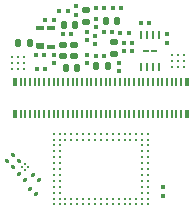
<source format=gbp>
%TF.GenerationSoftware,KiCad,Pcbnew,(6.0.0)*%
%TF.CreationDate,2022-12-06T17:03:37-05:00*%
%TF.ProjectId,headstage-64s,68656164-7374-4616-9765-2d3634732e6b,B*%
%TF.SameCoordinates,Original*%
%TF.FileFunction,Paste,Bot*%
%TF.FilePolarity,Positive*%
%FSLAX46Y46*%
G04 Gerber Fmt 4.6, Leading zero omitted, Abs format (unit mm)*
G04 Created by KiCad (PCBNEW (6.0.0)) date 2022-12-06 17:03:37*
%MOMM*%
%LPD*%
G01*
G04 APERTURE LIST*
G04 Aperture macros list*
%AMRoundRect*
0 Rectangle with rounded corners*
0 $1 Rounding radius*
0 $2 $3 $4 $5 $6 $7 $8 $9 X,Y pos of 4 corners*
0 Add a 4 corners polygon primitive as box body*
4,1,4,$2,$3,$4,$5,$6,$7,$8,$9,$2,$3,0*
0 Add four circle primitives for the rounded corners*
1,1,$1+$1,$2,$3*
1,1,$1+$1,$4,$5*
1,1,$1+$1,$6,$7*
1,1,$1+$1,$8,$9*
0 Add four rect primitives between the rounded corners*
20,1,$1+$1,$2,$3,$4,$5,0*
20,1,$1+$1,$4,$5,$6,$7,0*
20,1,$1+$1,$6,$7,$8,$9,0*
20,1,$1+$1,$8,$9,$2,$3,0*%
%AMFreePoly0*
4,1,6,0.350000,-0.250000,-0.225000,-0.250000,-0.350000,-0.125000,-0.350000,0.250000,0.350000,0.250000,0.350000,-0.250000,0.350000,-0.250000,$1*%
G04 Aperture macros list end*
%ADD10RoundRect,0.079500X-0.079500X-0.100500X0.079500X-0.100500X0.079500X0.100500X-0.079500X0.100500X0*%
%ADD11RoundRect,0.079500X-0.100500X0.079500X-0.100500X-0.079500X0.100500X-0.079500X0.100500X0.079500X0*%
%ADD12RoundRect,0.079500X0.014849X-0.127279X0.127279X-0.014849X-0.014849X0.127279X-0.127279X0.014849X0*%
%ADD13RoundRect,0.079500X-0.014849X0.127279X-0.127279X0.014849X0.014849X-0.127279X0.127279X-0.014849X0*%
%ADD14RoundRect,0.140000X0.170000X-0.140000X0.170000X0.140000X-0.170000X0.140000X-0.170000X-0.140000X0*%
%ADD15RoundRect,0.140000X0.140000X0.170000X-0.140000X0.170000X-0.140000X-0.170000X0.140000X-0.170000X0*%
%ADD16C,0.250000*%
%ADD17RoundRect,0.079500X0.079500X0.100500X-0.079500X0.100500X-0.079500X-0.100500X0.079500X-0.100500X0*%
%ADD18RoundRect,0.140000X-0.140000X-0.170000X0.140000X-0.170000X0.140000X0.170000X-0.140000X0.170000X0*%
%ADD19RoundRect,0.140000X-0.170000X0.140000X-0.170000X-0.140000X0.170000X-0.140000X0.170000X0.140000X0*%
%ADD20RoundRect,0.079500X0.100500X-0.079500X0.100500X0.079500X-0.100500X0.079500X-0.100500X-0.079500X0*%
%ADD21RoundRect,0.079500X0.127279X0.014849X0.014849X0.127279X-0.127279X-0.014849X-0.014849X-0.127279X0*%
%ADD22RoundRect,0.079500X-0.127279X-0.014849X-0.014849X-0.127279X0.127279X0.014849X0.014849X0.127279X0*%
%ADD23C,0.200000*%
%ADD24R,0.230000X0.660000*%
%ADD25R,0.350000X0.660000*%
%ADD26FreePoly0,0.000000*%
%ADD27R,0.700000X0.400000*%
G04 APERTURE END LIST*
%TO.C,U11*%
G36*
X128500000Y-56300000D02*
G01*
X128300000Y-56300000D01*
X128300000Y-56950000D01*
X128500000Y-56950000D01*
X128500000Y-56300000D01*
G37*
G36*
X128250000Y-58110000D02*
G01*
X127750000Y-58110000D01*
X127750000Y-57890000D01*
X128250000Y-57890000D01*
X128250000Y-58110000D01*
G37*
G36*
X127000000Y-56300000D02*
G01*
X126800000Y-56300000D01*
X126800000Y-56950000D01*
X127000000Y-56950000D01*
X127000000Y-56300000D01*
G37*
G36*
X127500000Y-59050000D02*
G01*
X127300000Y-59050000D01*
X127300000Y-59700000D01*
X127500000Y-59700000D01*
X127500000Y-59050000D01*
G37*
G36*
X127000000Y-59050000D02*
G01*
X126800000Y-59050000D01*
X126800000Y-59700000D01*
X127000000Y-59700000D01*
X127000000Y-59050000D01*
G37*
G36*
X127500000Y-56300000D02*
G01*
X127300000Y-56300000D01*
X127300000Y-56950000D01*
X127500000Y-56950000D01*
X127500000Y-56300000D01*
G37*
G36*
X128500000Y-59050000D02*
G01*
X128300000Y-59050000D01*
X128300000Y-59700000D01*
X128500000Y-59700000D01*
X128500000Y-59050000D01*
G37*
G36*
X128000000Y-59050000D02*
G01*
X127800000Y-59050000D01*
X127800000Y-59700000D01*
X128000000Y-59700000D01*
X128000000Y-59050000D01*
G37*
G36*
X128000000Y-56300000D02*
G01*
X127800000Y-56300000D01*
X127800000Y-56950000D01*
X128000000Y-56950000D01*
X128000000Y-56300000D01*
G37*
G36*
X127550000Y-58110000D02*
G01*
X127050000Y-58110000D01*
X127050000Y-57890000D01*
X127550000Y-57890000D01*
X127550000Y-58110000D01*
G37*
%TD*%
D10*
%TO.C,R14*%
X126925000Y-55650000D03*
X127615000Y-55650000D03*
%TD*%
D11*
%TO.C,R13*%
X128800000Y-69555000D03*
X128800000Y-70245000D03*
%TD*%
D12*
%TO.C,L6*%
X116043952Y-66806048D03*
X115556048Y-67293952D03*
%TD*%
D11*
%TO.C,C43*%
X123030000Y-56745000D03*
X123030000Y-57435000D03*
%TD*%
D13*
%TO.C,C28*%
X116056048Y-67793952D03*
X116543952Y-67306048D03*
%TD*%
D14*
%TO.C,C52*%
X122225000Y-55530000D03*
X122225000Y-54570000D03*
%TD*%
D15*
%TO.C,C54*%
X121480000Y-59410000D03*
X120520000Y-59410000D03*
%TD*%
D16*
%TO.C,U2*%
X116000000Y-58500000D03*
X116000000Y-59000000D03*
X116000000Y-59500000D03*
X116500000Y-58500000D03*
X116500000Y-59000000D03*
X116500000Y-59500000D03*
X117000000Y-58500000D03*
X117000000Y-59000000D03*
X117000000Y-59500000D03*
%TD*%
D17*
%TO.C,R2*%
X123770000Y-54350000D03*
X123080000Y-54350000D03*
%TD*%
D18*
%TO.C,C55*%
X123900000Y-55500000D03*
X124860000Y-55500000D03*
%TD*%
D11*
%TO.C,L10*%
X119500000Y-58995000D03*
X119500000Y-58305000D03*
%TD*%
D17*
%TO.C,L13*%
X118770000Y-59500000D03*
X118080000Y-59500000D03*
%TD*%
D10*
%TO.C,R22*%
X125455000Y-58000000D03*
X126145000Y-58000000D03*
%TD*%
%TO.C,C45*%
X123055000Y-58400000D03*
X123745000Y-58400000D03*
%TD*%
D17*
%TO.C,L16*%
X118805000Y-55350000D03*
X119495000Y-55350000D03*
%TD*%
D18*
%TO.C,C23*%
X116520000Y-57350000D03*
X117480000Y-57350000D03*
%TD*%
D19*
%TO.C,C57*%
X120300000Y-57470000D03*
X120300000Y-58430000D03*
%TD*%
D17*
%TO.C,C49*%
X120970000Y-56600000D03*
X120280000Y-56600000D03*
%TD*%
D10*
%TO.C,C47*%
X123755000Y-56400000D03*
X124445000Y-56400000D03*
%TD*%
D19*
%TO.C,C51*%
X121250000Y-57470000D03*
X121250000Y-58430000D03*
%TD*%
D15*
%TO.C,C56*%
X121330000Y-55800000D03*
X120370000Y-55800000D03*
%TD*%
D20*
%TO.C,C44*%
X123050000Y-55945000D03*
X123050000Y-55255000D03*
%TD*%
D11*
%TO.C,C48*%
X122330000Y-57095000D03*
X122330000Y-56405000D03*
%TD*%
D16*
%TO.C,U1*%
X127500000Y-65000000D03*
X127000000Y-65000000D03*
X126500000Y-65000000D03*
X126000000Y-65000000D03*
X125500000Y-65000000D03*
X125000000Y-65000000D03*
X124500000Y-65000000D03*
X124000000Y-65000000D03*
X123500000Y-65000000D03*
X123000000Y-65000000D03*
X122500000Y-65000000D03*
X122000000Y-65000000D03*
X121500000Y-65000000D03*
X121000000Y-65000000D03*
X120500000Y-65000000D03*
X120000000Y-65000000D03*
X119500000Y-65000000D03*
X127500000Y-65500000D03*
X127000000Y-65500000D03*
X126500000Y-65500000D03*
X126000000Y-65500000D03*
X125500000Y-65500000D03*
X125000000Y-65500000D03*
X124500000Y-65500000D03*
X124000000Y-65500000D03*
X123500000Y-65500000D03*
X123000000Y-65500000D03*
X122500000Y-65500000D03*
X122000000Y-65500000D03*
X121500000Y-65500000D03*
X121000000Y-65500000D03*
X120500000Y-65500000D03*
X120000000Y-65500000D03*
X119500000Y-65500000D03*
X127500000Y-66000000D03*
X127000000Y-66000000D03*
X120000000Y-66000000D03*
X119500000Y-66000000D03*
X127500000Y-66500000D03*
X127000000Y-66500000D03*
X120000000Y-66500000D03*
X119500000Y-66500000D03*
X127500000Y-67000000D03*
X127000000Y-67000000D03*
X120000000Y-67000000D03*
X119500000Y-67000000D03*
X127500000Y-67500000D03*
X127000000Y-67500000D03*
X120000000Y-67500000D03*
X119500000Y-67500000D03*
X127500000Y-68000000D03*
X127000000Y-68000000D03*
X120000000Y-68000000D03*
X119500000Y-68000000D03*
X127500000Y-68500000D03*
X127000000Y-68500000D03*
X120000000Y-68500000D03*
X119500000Y-68500000D03*
X127500000Y-69000000D03*
X127000000Y-69000000D03*
X120000000Y-69000000D03*
X119500000Y-69000000D03*
X127500000Y-69500000D03*
X127000000Y-69500000D03*
X120000000Y-69500000D03*
X119500000Y-69500000D03*
X127500000Y-70000000D03*
X127000000Y-70000000D03*
X120000000Y-70000000D03*
X119500000Y-70000000D03*
X127500000Y-70500000D03*
X127000000Y-70500000D03*
X126500000Y-70500000D03*
X126000000Y-70500000D03*
X125500000Y-70500000D03*
X125000000Y-70500000D03*
X124500000Y-70500000D03*
X124000000Y-70500000D03*
X123500000Y-70500000D03*
X123000000Y-70500000D03*
X122500000Y-70500000D03*
X122000000Y-70500000D03*
X121500000Y-70500000D03*
X121000000Y-70500000D03*
X120500000Y-70500000D03*
X120000000Y-70500000D03*
X119500000Y-70500000D03*
X127500000Y-71000000D03*
X127000000Y-71000000D03*
X126500000Y-71000000D03*
X126000000Y-71000000D03*
X125500000Y-71000000D03*
X125000000Y-71000000D03*
X124500000Y-71000000D03*
X124000000Y-71000000D03*
X123500000Y-71000000D03*
X123000000Y-71000000D03*
X122500000Y-71000000D03*
X122000000Y-71000000D03*
X121500000Y-71000000D03*
X121000000Y-71000000D03*
X120500000Y-71000000D03*
X120000000Y-71000000D03*
X119500000Y-71000000D03*
%TD*%
D17*
%TO.C,R1*%
X125220000Y-54350000D03*
X124530000Y-54350000D03*
%TD*%
D20*
%TO.C,L12*%
X125000000Y-59005000D03*
X125000000Y-59695000D03*
%TD*%
D11*
%TO.C,C42*%
X129100000Y-56605000D03*
X129100000Y-57295000D03*
%TD*%
D17*
%TO.C,C58*%
X118720000Y-58350000D03*
X118030000Y-58350000D03*
%TD*%
D20*
%TO.C,L11*%
X121375000Y-54230000D03*
X121375000Y-54920000D03*
%TD*%
D21*
%TO.C,C30*%
X117043952Y-68943952D03*
X116556048Y-68456048D03*
%TD*%
D17*
%TO.C,L15*%
X119985000Y-54610000D03*
X120675000Y-54610000D03*
%TD*%
D22*
%TO.C,C19*%
X117756048Y-68481048D03*
X118243952Y-68968952D03*
%TD*%
D16*
%TO.C,U6*%
X129500000Y-59350000D03*
X130000000Y-59350000D03*
X130500000Y-59350000D03*
X129500000Y-58850000D03*
X130000000Y-58850000D03*
X130500000Y-58850000D03*
X129500000Y-58350000D03*
X130000000Y-58350000D03*
X130500000Y-58350000D03*
%TD*%
D18*
%TO.C,C53*%
X123120000Y-59250000D03*
X124080000Y-59250000D03*
%TD*%
D19*
%TO.C,C50*%
X124590000Y-57280000D03*
X124590000Y-58240000D03*
%TD*%
D23*
%TO.C,U13*%
X116852513Y-67850000D03*
X117100000Y-68097487D03*
X117100000Y-67602513D03*
X117347487Y-67850000D03*
%TD*%
D24*
%TO.C,J2*%
X130300000Y-63355000D03*
X130300000Y-60645000D03*
X129900000Y-63355000D03*
X129900000Y-60645000D03*
X129500000Y-63355000D03*
X129500000Y-60645000D03*
X129100000Y-63355000D03*
X129100000Y-60645000D03*
X128700000Y-63355000D03*
X128700000Y-60645000D03*
X128300000Y-63355000D03*
X128300000Y-60645000D03*
X127900000Y-63355000D03*
X127900000Y-60645000D03*
X127500000Y-63355000D03*
X127500000Y-60645000D03*
X127100000Y-63355000D03*
X127100000Y-60645000D03*
X126700000Y-63355000D03*
X126700000Y-60645000D03*
X126300000Y-63355000D03*
X126300000Y-60645000D03*
X125900000Y-63355000D03*
X125900000Y-60645000D03*
X125500000Y-63355000D03*
X125500000Y-60645000D03*
X125100000Y-63355000D03*
X125100000Y-60645000D03*
X124700000Y-63355000D03*
X124700000Y-60645000D03*
X124300000Y-63355000D03*
X124300000Y-60645000D03*
X123900000Y-63355000D03*
X123900000Y-60645000D03*
X123500000Y-63355000D03*
X123500000Y-60645000D03*
X123100000Y-63355000D03*
X123100000Y-60645000D03*
X122700000Y-63355000D03*
X122700000Y-60645000D03*
X122300000Y-63355000D03*
X122300000Y-60645000D03*
X121900000Y-63355000D03*
X121900000Y-60645000D03*
X121500000Y-63355000D03*
X121500000Y-60645000D03*
X121100000Y-63355000D03*
X121100000Y-60645000D03*
X120700000Y-63355000D03*
X120700000Y-60645000D03*
X120300000Y-63355000D03*
X120300000Y-60645000D03*
X119900000Y-63355000D03*
X119900000Y-60645000D03*
X119500000Y-63355000D03*
X119500000Y-60645000D03*
X119100000Y-63355000D03*
X119100000Y-60645000D03*
X118700000Y-63355000D03*
X118700000Y-60645000D03*
X118300000Y-63355000D03*
X118300000Y-60645000D03*
X117900000Y-63355000D03*
X117900000Y-60645000D03*
X117500000Y-63355000D03*
X117500000Y-60645000D03*
X117100000Y-63355000D03*
X117100000Y-60645000D03*
X116700000Y-63355000D03*
X116700000Y-60645000D03*
D25*
X130775000Y-63355000D03*
X130775000Y-60645000D03*
X116225000Y-63355000D03*
X116225000Y-60645000D03*
%TD*%
D21*
%TO.C,C22*%
X118018952Y-70143952D03*
X117531048Y-69656048D03*
%TD*%
D26*
%TO.C,U12*%
X118350000Y-57575000D03*
D27*
X118350000Y-56075000D03*
X119300000Y-56075000D03*
X119300000Y-57625000D03*
%TD*%
D10*
%TO.C,L14*%
X125845000Y-56500000D03*
X125155000Y-56500000D03*
%TD*%
%TO.C,R21*%
X126145000Y-57300000D03*
X125455000Y-57300000D03*
%TD*%
D11*
%TO.C,C46*%
X122300000Y-59035000D03*
X122300000Y-58345000D03*
%TD*%
M02*

</source>
